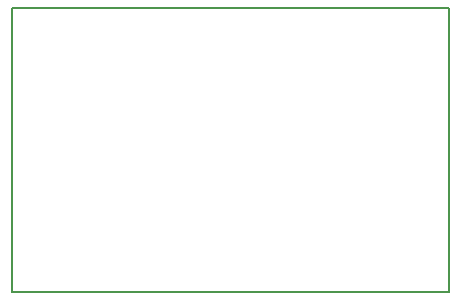
<source format=gbr>
G04 #@! TF.GenerationSoftware,KiCad,Pcbnew,5.0.1-33cea8e~68~ubuntu16.04.1*
G04 #@! TF.CreationDate,2019-02-13T12:33:41-05:00*
G04 #@! TF.ProjectId,RS485SPIConverter,5253343835535049436F6E7665727465,rev?*
G04 #@! TF.SameCoordinates,Original*
G04 #@! TF.FileFunction,Profile,NP*
%FSLAX46Y46*%
G04 Gerber Fmt 4.6, Leading zero omitted, Abs format (unit mm)*
G04 Created by KiCad (PCBNEW 5.0.1-33cea8e~68~ubuntu16.04.1) date Wed 13 Feb 2019 12:33:41 PM EST*
%MOMM*%
%LPD*%
G01*
G04 APERTURE LIST*
%ADD10C,0.200000*%
G04 APERTURE END LIST*
D10*
X0Y0D02*
X37000000Y0D01*
X37000000Y0D02*
X37000000Y-24000000D01*
X0Y-24000000D02*
X37000000Y-24000000D01*
X0Y0D02*
X0Y-24000000D01*
M02*

</source>
